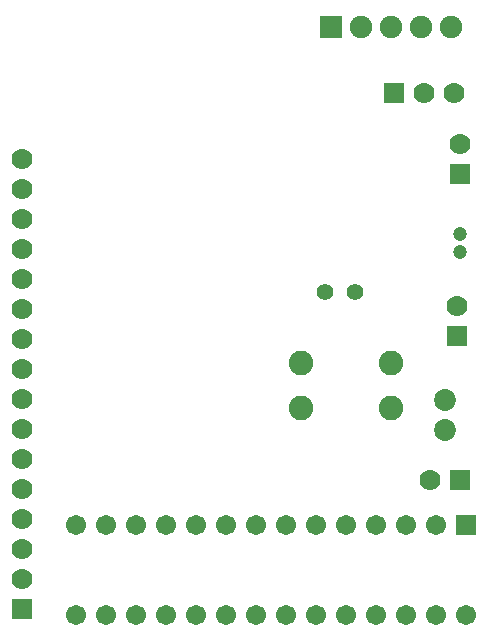
<source format=gbs>
G04 ---------------------------- Layer name :BOTTOM SOLDER LAYER*
G04 EasyEDA v5.7.22, Tue, 28 Aug 2018 09:43:57 GMT*
G04 05ccef7fa68345538657c4b36dae5f98*
G04 Gerber Generator version 0.2*
G04 Scale: 100 percent, Rotated: No, Reflected: No *
G04 Dimensions in inches *
G04 leading zeros omitted , absolute positions ,2 integer and 4 decimal *
%FSLAX24Y24*%
%MOIN*%
G90*
G70D02*

%ADD35C,0.067055*%
%ADD36R,0.067055X0.067055*%
%ADD37C,0.055000*%
%ADD38C,0.082000*%
%ADD39C,0.073000*%
%ADD40C,0.047370*%
%ADD41R,0.070000X0.070000*%
%ADD42C,0.070000*%
%ADD43R,0.074929X0.074929*%
%ADD44C,0.074929*%

%LPD*%
G54D35*
G01X2800Y2100D03*
G01X3800Y2100D03*
G01X4800Y2100D03*
G01X5800Y2100D03*
G01X6800Y2100D03*
G01X7800Y2100D03*
G01X8800Y2100D03*
G01X9800Y2100D03*
G01X10800Y2100D03*
G01X11800Y2100D03*
G01X12800Y2100D03*
G01X13800Y2100D03*
G01X14800Y2100D03*
G01X15800Y2100D03*
G01X2800Y5100D03*
G01X3800Y5100D03*
G01X4800Y5100D03*
G01X5800Y5100D03*
G01X6800Y5100D03*
G01X7800Y5100D03*
G01X8800Y5100D03*
G01X9800Y5100D03*
G01X10800Y5100D03*
G01X11800Y5100D03*
G01X12800Y5100D03*
G01X13800Y5100D03*
G01X14800Y5100D03*
G54D36*
G01X15800Y5100D03*
G54D37*
G01X11089Y12869D03*
G01X12089Y12869D03*
G54D38*
G01X13300Y9000D03*
G01X10300Y9000D03*
G54D39*
G01X15100Y9261D03*
G01X15100Y8261D03*
G54D40*
G01X15600Y14200D03*
G01X15600Y14790D03*
G54D38*
G01X13300Y10500D03*
G01X10300Y10500D03*
G54D41*
G01X15600Y16800D03*
G54D42*
G01X15600Y17800D03*
G54D41*
G01X15500Y11400D03*
G54D42*
G01X15500Y12400D03*
G54D41*
G01X1000Y2300D03*
G54D42*
G01X1000Y3300D03*
G01X1000Y4300D03*
G01X1000Y5300D03*
G01X1000Y6300D03*
G01X1000Y7300D03*
G01X1000Y8300D03*
G01X1000Y9300D03*
G01X1000Y10300D03*
G01X1000Y11300D03*
G01X1000Y12300D03*
G01X1000Y13300D03*
G01X1000Y14300D03*
G01X1000Y15300D03*
G01X1000Y16300D03*
G01X1000Y17300D03*
G01X15400Y19500D03*
G01X14400Y19500D03*
G54D41*
G01X13400Y19500D03*
G01X15600Y6600D03*
G54D42*
G01X14600Y6600D03*
G54D43*
G01X11300Y21700D03*
G54D44*
G01X12300Y21700D03*
G01X13300Y21700D03*
G01X14300Y21700D03*
G01X15300Y21700D03*
M00*
M02*

</source>
